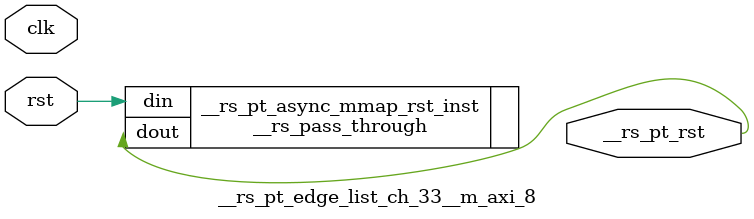
<source format=v>
`timescale 1 ns / 1 ps
/**   Generated by RapidStream   **/
module __rs_pt_edge_list_ch_33__m_axi_8 #(
    parameter BufferSize         = 32,
    parameter BufferSizeLog      = 5,
    parameter AddrWidth          = 64,
    parameter AxiSideAddrWidth   = 64,
    parameter DataWidth          = 512,
    parameter DataWidthBytesLog  = 6,
    parameter WaitTimeWidth      = 4,
    parameter BurstLenWidth      = 8,
    parameter EnableReadChannel  = 1,
    parameter EnableWriteChannel = 1,
    parameter MaxWaitTime        = 3,
    parameter MaxBurstLen        = 15
) (
    output wire __rs_pt_rst,
    input wire  clk,
    input wire  rst
);




__rs_pass_through #(
    .WIDTH (1)
) __rs_pt_async_mmap_rst_inst /**   Generated by RapidStream   **/ (
    .din  (rst),
    .dout (__rs_pt_rst)
);

endmodule  // __rs_pt_edge_list_ch_33__m_axi_8
</source>
